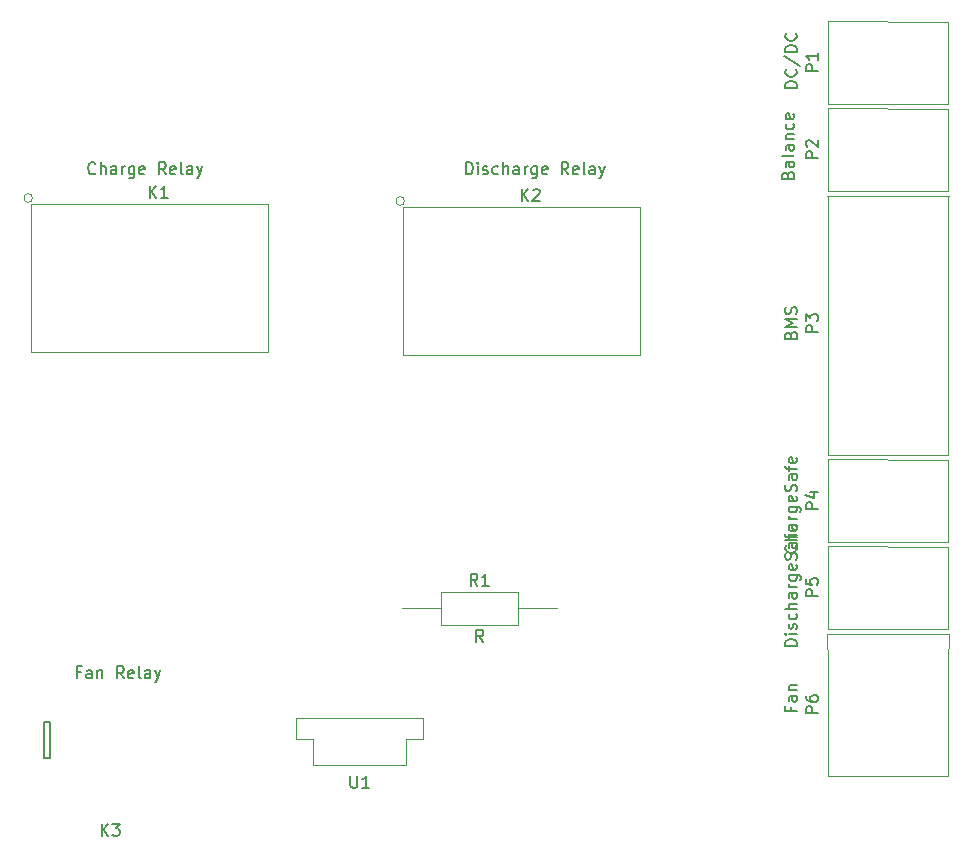
<source format=gbr>
G04 #@! TF.GenerationSoftware,KiCad,Pcbnew,(5.1.4)-1*
G04 #@! TF.CreationDate,2019-09-08T23:28:34+01:00*
G04 #@! TF.ProjectId,orionBoard,6f72696f-6e42-46f6-9172-642e6b696361,rev?*
G04 #@! TF.SameCoordinates,Original*
G04 #@! TF.FileFunction,Legend,Top*
G04 #@! TF.FilePolarity,Positive*
%FSLAX46Y46*%
G04 Gerber Fmt 4.6, Leading zero omitted, Abs format (unit mm)*
G04 Created by KiCad (PCBNEW (5.1.4)-1) date 2019-09-08 23:28:34*
%MOMM*%
%LPD*%
G04 APERTURE LIST*
%ADD10C,0.150000*%
%ADD11C,0.120000*%
G04 APERTURE END LIST*
D10*
X141702333Y-110949571D02*
X141369000Y-110949571D01*
X141369000Y-111473380D02*
X141369000Y-110473380D01*
X141845190Y-110473380D01*
X142654714Y-111473380D02*
X142654714Y-110949571D01*
X142607095Y-110854333D01*
X142511857Y-110806714D01*
X142321380Y-110806714D01*
X142226142Y-110854333D01*
X142654714Y-111425761D02*
X142559476Y-111473380D01*
X142321380Y-111473380D01*
X142226142Y-111425761D01*
X142178523Y-111330523D01*
X142178523Y-111235285D01*
X142226142Y-111140047D01*
X142321380Y-111092428D01*
X142559476Y-111092428D01*
X142654714Y-111044809D01*
X143130904Y-110806714D02*
X143130904Y-111473380D01*
X143130904Y-110901952D02*
X143178523Y-110854333D01*
X143273761Y-110806714D01*
X143416619Y-110806714D01*
X143511857Y-110854333D01*
X143559476Y-110949571D01*
X143559476Y-111473380D01*
X145369000Y-111473380D02*
X145035666Y-110997190D01*
X144797571Y-111473380D02*
X144797571Y-110473380D01*
X145178523Y-110473380D01*
X145273761Y-110521000D01*
X145321380Y-110568619D01*
X145369000Y-110663857D01*
X145369000Y-110806714D01*
X145321380Y-110901952D01*
X145273761Y-110949571D01*
X145178523Y-110997190D01*
X144797571Y-110997190D01*
X146178523Y-111425761D02*
X146083285Y-111473380D01*
X145892809Y-111473380D01*
X145797571Y-111425761D01*
X145749952Y-111330523D01*
X145749952Y-110949571D01*
X145797571Y-110854333D01*
X145892809Y-110806714D01*
X146083285Y-110806714D01*
X146178523Y-110854333D01*
X146226142Y-110949571D01*
X146226142Y-111044809D01*
X145749952Y-111140047D01*
X146797571Y-111473380D02*
X146702333Y-111425761D01*
X146654714Y-111330523D01*
X146654714Y-110473380D01*
X147607095Y-111473380D02*
X147607095Y-110949571D01*
X147559476Y-110854333D01*
X147464238Y-110806714D01*
X147273761Y-110806714D01*
X147178523Y-110854333D01*
X147607095Y-111425761D02*
X147511857Y-111473380D01*
X147273761Y-111473380D01*
X147178523Y-111425761D01*
X147130904Y-111330523D01*
X147130904Y-111235285D01*
X147178523Y-111140047D01*
X147273761Y-111092428D01*
X147511857Y-111092428D01*
X147607095Y-111044809D01*
X147988047Y-110806714D02*
X148226142Y-111473380D01*
X148464238Y-110806714D02*
X148226142Y-111473380D01*
X148130904Y-111711476D01*
X148083285Y-111759095D01*
X147988047Y-111806714D01*
X174341666Y-68801380D02*
X174341666Y-67801380D01*
X174579761Y-67801380D01*
X174722619Y-67849000D01*
X174817857Y-67944238D01*
X174865476Y-68039476D01*
X174913095Y-68229952D01*
X174913095Y-68372809D01*
X174865476Y-68563285D01*
X174817857Y-68658523D01*
X174722619Y-68753761D01*
X174579761Y-68801380D01*
X174341666Y-68801380D01*
X175341666Y-68801380D02*
X175341666Y-68134714D01*
X175341666Y-67801380D02*
X175294047Y-67849000D01*
X175341666Y-67896619D01*
X175389285Y-67849000D01*
X175341666Y-67801380D01*
X175341666Y-67896619D01*
X175770238Y-68753761D02*
X175865476Y-68801380D01*
X176055952Y-68801380D01*
X176151190Y-68753761D01*
X176198809Y-68658523D01*
X176198809Y-68610904D01*
X176151190Y-68515666D01*
X176055952Y-68468047D01*
X175913095Y-68468047D01*
X175817857Y-68420428D01*
X175770238Y-68325190D01*
X175770238Y-68277571D01*
X175817857Y-68182333D01*
X175913095Y-68134714D01*
X176055952Y-68134714D01*
X176151190Y-68182333D01*
X177055952Y-68753761D02*
X176960714Y-68801380D01*
X176770238Y-68801380D01*
X176675000Y-68753761D01*
X176627380Y-68706142D01*
X176579761Y-68610904D01*
X176579761Y-68325190D01*
X176627380Y-68229952D01*
X176675000Y-68182333D01*
X176770238Y-68134714D01*
X176960714Y-68134714D01*
X177055952Y-68182333D01*
X177484523Y-68801380D02*
X177484523Y-67801380D01*
X177913095Y-68801380D02*
X177913095Y-68277571D01*
X177865476Y-68182333D01*
X177770238Y-68134714D01*
X177627380Y-68134714D01*
X177532142Y-68182333D01*
X177484523Y-68229952D01*
X178817857Y-68801380D02*
X178817857Y-68277571D01*
X178770238Y-68182333D01*
X178675000Y-68134714D01*
X178484523Y-68134714D01*
X178389285Y-68182333D01*
X178817857Y-68753761D02*
X178722619Y-68801380D01*
X178484523Y-68801380D01*
X178389285Y-68753761D01*
X178341666Y-68658523D01*
X178341666Y-68563285D01*
X178389285Y-68468047D01*
X178484523Y-68420428D01*
X178722619Y-68420428D01*
X178817857Y-68372809D01*
X179294047Y-68801380D02*
X179294047Y-68134714D01*
X179294047Y-68325190D02*
X179341666Y-68229952D01*
X179389285Y-68182333D01*
X179484523Y-68134714D01*
X179579761Y-68134714D01*
X180341666Y-68134714D02*
X180341666Y-68944238D01*
X180294047Y-69039476D01*
X180246428Y-69087095D01*
X180151190Y-69134714D01*
X180008333Y-69134714D01*
X179913095Y-69087095D01*
X180341666Y-68753761D02*
X180246428Y-68801380D01*
X180055952Y-68801380D01*
X179960714Y-68753761D01*
X179913095Y-68706142D01*
X179865476Y-68610904D01*
X179865476Y-68325190D01*
X179913095Y-68229952D01*
X179960714Y-68182333D01*
X180055952Y-68134714D01*
X180246428Y-68134714D01*
X180341666Y-68182333D01*
X181198809Y-68753761D02*
X181103571Y-68801380D01*
X180913095Y-68801380D01*
X180817857Y-68753761D01*
X180770238Y-68658523D01*
X180770238Y-68277571D01*
X180817857Y-68182333D01*
X180913095Y-68134714D01*
X181103571Y-68134714D01*
X181198809Y-68182333D01*
X181246428Y-68277571D01*
X181246428Y-68372809D01*
X180770238Y-68468047D01*
X183008333Y-68801380D02*
X182675000Y-68325190D01*
X182436904Y-68801380D02*
X182436904Y-67801380D01*
X182817857Y-67801380D01*
X182913095Y-67849000D01*
X182960714Y-67896619D01*
X183008333Y-67991857D01*
X183008333Y-68134714D01*
X182960714Y-68229952D01*
X182913095Y-68277571D01*
X182817857Y-68325190D01*
X182436904Y-68325190D01*
X183817857Y-68753761D02*
X183722619Y-68801380D01*
X183532142Y-68801380D01*
X183436904Y-68753761D01*
X183389285Y-68658523D01*
X183389285Y-68277571D01*
X183436904Y-68182333D01*
X183532142Y-68134714D01*
X183722619Y-68134714D01*
X183817857Y-68182333D01*
X183865476Y-68277571D01*
X183865476Y-68372809D01*
X183389285Y-68468047D01*
X184436904Y-68801380D02*
X184341666Y-68753761D01*
X184294047Y-68658523D01*
X184294047Y-67801380D01*
X185246428Y-68801380D02*
X185246428Y-68277571D01*
X185198809Y-68182333D01*
X185103571Y-68134714D01*
X184913095Y-68134714D01*
X184817857Y-68182333D01*
X185246428Y-68753761D02*
X185151190Y-68801380D01*
X184913095Y-68801380D01*
X184817857Y-68753761D01*
X184770238Y-68658523D01*
X184770238Y-68563285D01*
X184817857Y-68468047D01*
X184913095Y-68420428D01*
X185151190Y-68420428D01*
X185246428Y-68372809D01*
X185627380Y-68134714D02*
X185865476Y-68801380D01*
X186103571Y-68134714D02*
X185865476Y-68801380D01*
X185770238Y-69039476D01*
X185722619Y-69087095D01*
X185627380Y-69134714D01*
X142964523Y-68706142D02*
X142916904Y-68753761D01*
X142774047Y-68801380D01*
X142678809Y-68801380D01*
X142535952Y-68753761D01*
X142440714Y-68658523D01*
X142393095Y-68563285D01*
X142345476Y-68372809D01*
X142345476Y-68229952D01*
X142393095Y-68039476D01*
X142440714Y-67944238D01*
X142535952Y-67849000D01*
X142678809Y-67801380D01*
X142774047Y-67801380D01*
X142916904Y-67849000D01*
X142964523Y-67896619D01*
X143393095Y-68801380D02*
X143393095Y-67801380D01*
X143821666Y-68801380D02*
X143821666Y-68277571D01*
X143774047Y-68182333D01*
X143678809Y-68134714D01*
X143535952Y-68134714D01*
X143440714Y-68182333D01*
X143393095Y-68229952D01*
X144726428Y-68801380D02*
X144726428Y-68277571D01*
X144678809Y-68182333D01*
X144583571Y-68134714D01*
X144393095Y-68134714D01*
X144297857Y-68182333D01*
X144726428Y-68753761D02*
X144631190Y-68801380D01*
X144393095Y-68801380D01*
X144297857Y-68753761D01*
X144250238Y-68658523D01*
X144250238Y-68563285D01*
X144297857Y-68468047D01*
X144393095Y-68420428D01*
X144631190Y-68420428D01*
X144726428Y-68372809D01*
X145202619Y-68801380D02*
X145202619Y-68134714D01*
X145202619Y-68325190D02*
X145250238Y-68229952D01*
X145297857Y-68182333D01*
X145393095Y-68134714D01*
X145488333Y-68134714D01*
X146250238Y-68134714D02*
X146250238Y-68944238D01*
X146202619Y-69039476D01*
X146155000Y-69087095D01*
X146059761Y-69134714D01*
X145916904Y-69134714D01*
X145821666Y-69087095D01*
X146250238Y-68753761D02*
X146155000Y-68801380D01*
X145964523Y-68801380D01*
X145869285Y-68753761D01*
X145821666Y-68706142D01*
X145774047Y-68610904D01*
X145774047Y-68325190D01*
X145821666Y-68229952D01*
X145869285Y-68182333D01*
X145964523Y-68134714D01*
X146155000Y-68134714D01*
X146250238Y-68182333D01*
X147107380Y-68753761D02*
X147012142Y-68801380D01*
X146821666Y-68801380D01*
X146726428Y-68753761D01*
X146678809Y-68658523D01*
X146678809Y-68277571D01*
X146726428Y-68182333D01*
X146821666Y-68134714D01*
X147012142Y-68134714D01*
X147107380Y-68182333D01*
X147155000Y-68277571D01*
X147155000Y-68372809D01*
X146678809Y-68468047D01*
X148916904Y-68801380D02*
X148583571Y-68325190D01*
X148345476Y-68801380D02*
X148345476Y-67801380D01*
X148726428Y-67801380D01*
X148821666Y-67849000D01*
X148869285Y-67896619D01*
X148916904Y-67991857D01*
X148916904Y-68134714D01*
X148869285Y-68229952D01*
X148821666Y-68277571D01*
X148726428Y-68325190D01*
X148345476Y-68325190D01*
X149726428Y-68753761D02*
X149631190Y-68801380D01*
X149440714Y-68801380D01*
X149345476Y-68753761D01*
X149297857Y-68658523D01*
X149297857Y-68277571D01*
X149345476Y-68182333D01*
X149440714Y-68134714D01*
X149631190Y-68134714D01*
X149726428Y-68182333D01*
X149774047Y-68277571D01*
X149774047Y-68372809D01*
X149297857Y-68468047D01*
X150345476Y-68801380D02*
X150250238Y-68753761D01*
X150202619Y-68658523D01*
X150202619Y-67801380D01*
X151155000Y-68801380D02*
X151155000Y-68277571D01*
X151107380Y-68182333D01*
X151012142Y-68134714D01*
X150821666Y-68134714D01*
X150726428Y-68182333D01*
X151155000Y-68753761D02*
X151059761Y-68801380D01*
X150821666Y-68801380D01*
X150726428Y-68753761D01*
X150678809Y-68658523D01*
X150678809Y-68563285D01*
X150726428Y-68468047D01*
X150821666Y-68420428D01*
X151059761Y-68420428D01*
X151155000Y-68372809D01*
X151535952Y-68134714D02*
X151774047Y-68801380D01*
X152012142Y-68134714D02*
X151774047Y-68801380D01*
X151678809Y-69039476D01*
X151631190Y-69087095D01*
X151535952Y-69134714D01*
X139154000Y-115212000D02*
X139154000Y-118260000D01*
X139154000Y-118260000D02*
X138646000Y-118260000D01*
X138646000Y-118260000D02*
X138646000Y-115212000D01*
X138646000Y-115212000D02*
X139154000Y-115212000D01*
D11*
X205003500Y-62824500D02*
X205003500Y-55839500D01*
X205003500Y-55839500D02*
X215163500Y-55903000D01*
X215163500Y-55903000D02*
X215163500Y-62824500D01*
X215163500Y-62824500D02*
X205003500Y-62824500D01*
X215163500Y-70190500D02*
X205003500Y-70190500D01*
X215163500Y-63269000D02*
X215163500Y-70190500D01*
X205003500Y-63205500D02*
X215163500Y-63269000D01*
X205003500Y-70190500D02*
X205003500Y-63205500D01*
X205003500Y-92542500D02*
X205003500Y-70620000D01*
X215163500Y-70620000D02*
X215163500Y-92542500D01*
X215163500Y-92542500D02*
X205003500Y-92542500D01*
X204940000Y-70620000D02*
X215227000Y-70620000D01*
X205003500Y-99908500D02*
X205003500Y-92923500D01*
X205003500Y-92923500D02*
X215163500Y-92987000D01*
X215163500Y-92987000D02*
X215163500Y-99908500D01*
X215163500Y-99908500D02*
X205003500Y-99908500D01*
X215163500Y-107274500D02*
X205003500Y-107274500D01*
X215163500Y-100353000D02*
X215163500Y-107274500D01*
X205003500Y-100289500D02*
X215163500Y-100353000D01*
X205003500Y-107274500D02*
X205003500Y-100289500D01*
X205003500Y-119720500D02*
X205003500Y-112735500D01*
X215163500Y-112799000D02*
X215163500Y-119720500D01*
X215163500Y-119720500D02*
X205003500Y-119720500D01*
X205003500Y-110298000D02*
X205003500Y-112735500D01*
X215163500Y-110298000D02*
X215163500Y-112799000D01*
X205003500Y-110298000D02*
X204940000Y-107719000D01*
X204940000Y-107719000D02*
X215227000Y-107719000D01*
X215227000Y-107719000D02*
X215163500Y-110298000D01*
X172206000Y-104190000D02*
X172206000Y-106930000D01*
X172206000Y-106930000D02*
X178746000Y-106930000D01*
X178746000Y-106930000D02*
X178746000Y-104190000D01*
X178746000Y-104190000D02*
X172206000Y-104190000D01*
X168896000Y-105560000D02*
X172206000Y-105560000D01*
X182056000Y-105560000D02*
X178746000Y-105560000D01*
X159986000Y-114832000D02*
X159986000Y-116612000D01*
X170656000Y-114832000D02*
X159986000Y-114832000D01*
X170656000Y-116602000D02*
X170656000Y-114832000D01*
X170656000Y-116612000D02*
X169256000Y-116612000D01*
X169256000Y-116612000D02*
X169256000Y-118852000D01*
X169256000Y-118852000D02*
X161376000Y-118852000D01*
X161376000Y-118852000D02*
X161376000Y-116612000D01*
X161376000Y-116612000D02*
X159986000Y-116612000D01*
X137528400Y-83868400D02*
X137528400Y-71320800D01*
X137528400Y-71320800D02*
X157543600Y-71320800D01*
X157543600Y-71320800D02*
X157543600Y-83868400D01*
X157543600Y-83868400D02*
X137528400Y-83868400D01*
X137644230Y-70812800D02*
G75*
G03X137644230Y-70812800I-369830J0D01*
G01*
X169140230Y-71066800D02*
G75*
G03X169140230Y-71066800I-369830J0D01*
G01*
X189039600Y-84122400D02*
X169024400Y-84122400D01*
X189039600Y-71574800D02*
X189039600Y-84122400D01*
X169024400Y-71574800D02*
X189039600Y-71574800D01*
X169024400Y-84122400D02*
X169024400Y-71574800D01*
D10*
X143495904Y-124808380D02*
X143495904Y-123808380D01*
X144067333Y-124808380D02*
X143638761Y-124236952D01*
X144067333Y-123808380D02*
X143495904Y-124379809D01*
X144400666Y-123808380D02*
X145019714Y-123808380D01*
X144686380Y-124189333D01*
X144829238Y-124189333D01*
X144924476Y-124236952D01*
X144972095Y-124284571D01*
X145019714Y-124379809D01*
X145019714Y-124617904D01*
X144972095Y-124713142D01*
X144924476Y-124760761D01*
X144829238Y-124808380D01*
X144543523Y-124808380D01*
X144448285Y-124760761D01*
X144400666Y-124713142D01*
X204122380Y-60070095D02*
X203122380Y-60070095D01*
X203122380Y-59689142D01*
X203170000Y-59593904D01*
X203217619Y-59546285D01*
X203312857Y-59498666D01*
X203455714Y-59498666D01*
X203550952Y-59546285D01*
X203598571Y-59593904D01*
X203646190Y-59689142D01*
X203646190Y-60070095D01*
X204122380Y-58546285D02*
X204122380Y-59117714D01*
X204122380Y-58832000D02*
X203122380Y-58832000D01*
X203265238Y-58927238D01*
X203360476Y-59022476D01*
X203408095Y-59117714D01*
X202344380Y-61490714D02*
X201344380Y-61490714D01*
X201344380Y-61252619D01*
X201392000Y-61109761D01*
X201487238Y-61014523D01*
X201582476Y-60966904D01*
X201772952Y-60919285D01*
X201915809Y-60919285D01*
X202106285Y-60966904D01*
X202201523Y-61014523D01*
X202296761Y-61109761D01*
X202344380Y-61252619D01*
X202344380Y-61490714D01*
X202249142Y-59919285D02*
X202296761Y-59966904D01*
X202344380Y-60109761D01*
X202344380Y-60205000D01*
X202296761Y-60347857D01*
X202201523Y-60443095D01*
X202106285Y-60490714D01*
X201915809Y-60538333D01*
X201772952Y-60538333D01*
X201582476Y-60490714D01*
X201487238Y-60443095D01*
X201392000Y-60347857D01*
X201344380Y-60205000D01*
X201344380Y-60109761D01*
X201392000Y-59966904D01*
X201439619Y-59919285D01*
X201296761Y-58776428D02*
X202582476Y-59633571D01*
X202344380Y-58443095D02*
X201344380Y-58443095D01*
X201344380Y-58205000D01*
X201392000Y-58062142D01*
X201487238Y-57966904D01*
X201582476Y-57919285D01*
X201772952Y-57871666D01*
X201915809Y-57871666D01*
X202106285Y-57919285D01*
X202201523Y-57966904D01*
X202296761Y-58062142D01*
X202344380Y-58205000D01*
X202344380Y-58443095D01*
X202249142Y-56871666D02*
X202296761Y-56919285D01*
X202344380Y-57062142D01*
X202344380Y-57157380D01*
X202296761Y-57300238D01*
X202201523Y-57395476D01*
X202106285Y-57443095D01*
X201915809Y-57490714D01*
X201772952Y-57490714D01*
X201582476Y-57443095D01*
X201487238Y-57395476D01*
X201392000Y-57300238D01*
X201344380Y-57157380D01*
X201344380Y-57062142D01*
X201392000Y-56919285D01*
X201439619Y-56871666D01*
X204122380Y-67436095D02*
X203122380Y-67436095D01*
X203122380Y-67055142D01*
X203170000Y-66959904D01*
X203217619Y-66912285D01*
X203312857Y-66864666D01*
X203455714Y-66864666D01*
X203550952Y-66912285D01*
X203598571Y-66959904D01*
X203646190Y-67055142D01*
X203646190Y-67436095D01*
X203217619Y-66483714D02*
X203170000Y-66436095D01*
X203122380Y-66340857D01*
X203122380Y-66102761D01*
X203170000Y-66007523D01*
X203217619Y-65959904D01*
X203312857Y-65912285D01*
X203408095Y-65912285D01*
X203550952Y-65959904D01*
X204122380Y-66531333D01*
X204122380Y-65912285D01*
X201566571Y-68848761D02*
X201614190Y-68705904D01*
X201661809Y-68658285D01*
X201757047Y-68610666D01*
X201899904Y-68610666D01*
X201995142Y-68658285D01*
X202042761Y-68705904D01*
X202090380Y-68801142D01*
X202090380Y-69182095D01*
X201090380Y-69182095D01*
X201090380Y-68848761D01*
X201138000Y-68753523D01*
X201185619Y-68705904D01*
X201280857Y-68658285D01*
X201376095Y-68658285D01*
X201471333Y-68705904D01*
X201518952Y-68753523D01*
X201566571Y-68848761D01*
X201566571Y-69182095D01*
X202090380Y-67753523D02*
X201566571Y-67753523D01*
X201471333Y-67801142D01*
X201423714Y-67896380D01*
X201423714Y-68086857D01*
X201471333Y-68182095D01*
X202042761Y-67753523D02*
X202090380Y-67848761D01*
X202090380Y-68086857D01*
X202042761Y-68182095D01*
X201947523Y-68229714D01*
X201852285Y-68229714D01*
X201757047Y-68182095D01*
X201709428Y-68086857D01*
X201709428Y-67848761D01*
X201661809Y-67753523D01*
X202090380Y-67134476D02*
X202042761Y-67229714D01*
X201947523Y-67277333D01*
X201090380Y-67277333D01*
X202090380Y-66324952D02*
X201566571Y-66324952D01*
X201471333Y-66372571D01*
X201423714Y-66467809D01*
X201423714Y-66658285D01*
X201471333Y-66753523D01*
X202042761Y-66324952D02*
X202090380Y-66420190D01*
X202090380Y-66658285D01*
X202042761Y-66753523D01*
X201947523Y-66801142D01*
X201852285Y-66801142D01*
X201757047Y-66753523D01*
X201709428Y-66658285D01*
X201709428Y-66420190D01*
X201661809Y-66324952D01*
X201423714Y-65848761D02*
X202090380Y-65848761D01*
X201518952Y-65848761D02*
X201471333Y-65801142D01*
X201423714Y-65705904D01*
X201423714Y-65563047D01*
X201471333Y-65467809D01*
X201566571Y-65420190D01*
X202090380Y-65420190D01*
X202042761Y-64515428D02*
X202090380Y-64610666D01*
X202090380Y-64801142D01*
X202042761Y-64896380D01*
X201995142Y-64944000D01*
X201899904Y-64991619D01*
X201614190Y-64991619D01*
X201518952Y-64944000D01*
X201471333Y-64896380D01*
X201423714Y-64801142D01*
X201423714Y-64610666D01*
X201471333Y-64515428D01*
X202042761Y-63705904D02*
X202090380Y-63801142D01*
X202090380Y-63991619D01*
X202042761Y-64086857D01*
X201947523Y-64134476D01*
X201566571Y-64134476D01*
X201471333Y-64086857D01*
X201423714Y-63991619D01*
X201423714Y-63801142D01*
X201471333Y-63705904D01*
X201566571Y-63658285D01*
X201661809Y-63658285D01*
X201757047Y-64134476D01*
X204122380Y-82168095D02*
X203122380Y-82168095D01*
X203122380Y-81787142D01*
X203170000Y-81691904D01*
X203217619Y-81644285D01*
X203312857Y-81596666D01*
X203455714Y-81596666D01*
X203550952Y-81644285D01*
X203598571Y-81691904D01*
X203646190Y-81787142D01*
X203646190Y-82168095D01*
X203122380Y-81263333D02*
X203122380Y-80644285D01*
X203503333Y-80977619D01*
X203503333Y-80834761D01*
X203550952Y-80739523D01*
X203598571Y-80691904D01*
X203693809Y-80644285D01*
X203931904Y-80644285D01*
X204027142Y-80691904D01*
X204074761Y-80739523D01*
X204122380Y-80834761D01*
X204122380Y-81120476D01*
X204074761Y-81215714D01*
X204027142Y-81263333D01*
X201820571Y-82406190D02*
X201868190Y-82263333D01*
X201915809Y-82215714D01*
X202011047Y-82168095D01*
X202153904Y-82168095D01*
X202249142Y-82215714D01*
X202296761Y-82263333D01*
X202344380Y-82358571D01*
X202344380Y-82739523D01*
X201344380Y-82739523D01*
X201344380Y-82406190D01*
X201392000Y-82310952D01*
X201439619Y-82263333D01*
X201534857Y-82215714D01*
X201630095Y-82215714D01*
X201725333Y-82263333D01*
X201772952Y-82310952D01*
X201820571Y-82406190D01*
X201820571Y-82739523D01*
X202344380Y-81739523D02*
X201344380Y-81739523D01*
X202058666Y-81406190D01*
X201344380Y-81072857D01*
X202344380Y-81072857D01*
X202296761Y-80644285D02*
X202344380Y-80501428D01*
X202344380Y-80263333D01*
X202296761Y-80168095D01*
X202249142Y-80120476D01*
X202153904Y-80072857D01*
X202058666Y-80072857D01*
X201963428Y-80120476D01*
X201915809Y-80168095D01*
X201868190Y-80263333D01*
X201820571Y-80453809D01*
X201772952Y-80549047D01*
X201725333Y-80596666D01*
X201630095Y-80644285D01*
X201534857Y-80644285D01*
X201439619Y-80596666D01*
X201392000Y-80549047D01*
X201344380Y-80453809D01*
X201344380Y-80215714D01*
X201392000Y-80072857D01*
X204122380Y-97154095D02*
X203122380Y-97154095D01*
X203122380Y-96773142D01*
X203170000Y-96677904D01*
X203217619Y-96630285D01*
X203312857Y-96582666D01*
X203455714Y-96582666D01*
X203550952Y-96630285D01*
X203598571Y-96677904D01*
X203646190Y-96773142D01*
X203646190Y-97154095D01*
X203455714Y-95725523D02*
X204122380Y-95725523D01*
X203074761Y-95963619D02*
X203789047Y-96201714D01*
X203789047Y-95582666D01*
X202249142Y-100225571D02*
X202296761Y-100273190D01*
X202344380Y-100416047D01*
X202344380Y-100511285D01*
X202296761Y-100654142D01*
X202201523Y-100749380D01*
X202106285Y-100797000D01*
X201915809Y-100844619D01*
X201772952Y-100844619D01*
X201582476Y-100797000D01*
X201487238Y-100749380D01*
X201392000Y-100654142D01*
X201344380Y-100511285D01*
X201344380Y-100416047D01*
X201392000Y-100273190D01*
X201439619Y-100225571D01*
X202344380Y-99797000D02*
X201344380Y-99797000D01*
X202344380Y-99368428D02*
X201820571Y-99368428D01*
X201725333Y-99416047D01*
X201677714Y-99511285D01*
X201677714Y-99654142D01*
X201725333Y-99749380D01*
X201772952Y-99797000D01*
X202344380Y-98463666D02*
X201820571Y-98463666D01*
X201725333Y-98511285D01*
X201677714Y-98606523D01*
X201677714Y-98797000D01*
X201725333Y-98892238D01*
X202296761Y-98463666D02*
X202344380Y-98558904D01*
X202344380Y-98797000D01*
X202296761Y-98892238D01*
X202201523Y-98939857D01*
X202106285Y-98939857D01*
X202011047Y-98892238D01*
X201963428Y-98797000D01*
X201963428Y-98558904D01*
X201915809Y-98463666D01*
X202344380Y-97987476D02*
X201677714Y-97987476D01*
X201868190Y-97987476D02*
X201772952Y-97939857D01*
X201725333Y-97892238D01*
X201677714Y-97797000D01*
X201677714Y-97701761D01*
X201677714Y-96939857D02*
X202487238Y-96939857D01*
X202582476Y-96987476D01*
X202630095Y-97035095D01*
X202677714Y-97130333D01*
X202677714Y-97273190D01*
X202630095Y-97368428D01*
X202296761Y-96939857D02*
X202344380Y-97035095D01*
X202344380Y-97225571D01*
X202296761Y-97320809D01*
X202249142Y-97368428D01*
X202153904Y-97416047D01*
X201868190Y-97416047D01*
X201772952Y-97368428D01*
X201725333Y-97320809D01*
X201677714Y-97225571D01*
X201677714Y-97035095D01*
X201725333Y-96939857D01*
X202296761Y-96082714D02*
X202344380Y-96177952D01*
X202344380Y-96368428D01*
X202296761Y-96463666D01*
X202201523Y-96511285D01*
X201820571Y-96511285D01*
X201725333Y-96463666D01*
X201677714Y-96368428D01*
X201677714Y-96177952D01*
X201725333Y-96082714D01*
X201820571Y-96035095D01*
X201915809Y-96035095D01*
X202011047Y-96511285D01*
X202296761Y-95654142D02*
X202344380Y-95511285D01*
X202344380Y-95273190D01*
X202296761Y-95177952D01*
X202249142Y-95130333D01*
X202153904Y-95082714D01*
X202058666Y-95082714D01*
X201963428Y-95130333D01*
X201915809Y-95177952D01*
X201868190Y-95273190D01*
X201820571Y-95463666D01*
X201772952Y-95558904D01*
X201725333Y-95606523D01*
X201630095Y-95654142D01*
X201534857Y-95654142D01*
X201439619Y-95606523D01*
X201392000Y-95558904D01*
X201344380Y-95463666D01*
X201344380Y-95225571D01*
X201392000Y-95082714D01*
X202344380Y-94225571D02*
X201820571Y-94225571D01*
X201725333Y-94273190D01*
X201677714Y-94368428D01*
X201677714Y-94558904D01*
X201725333Y-94654142D01*
X202296761Y-94225571D02*
X202344380Y-94320809D01*
X202344380Y-94558904D01*
X202296761Y-94654142D01*
X202201523Y-94701761D01*
X202106285Y-94701761D01*
X202011047Y-94654142D01*
X201963428Y-94558904D01*
X201963428Y-94320809D01*
X201915809Y-94225571D01*
X201677714Y-93892238D02*
X201677714Y-93511285D01*
X202344380Y-93749380D02*
X201487238Y-93749380D01*
X201392000Y-93701761D01*
X201344380Y-93606523D01*
X201344380Y-93511285D01*
X202296761Y-92797000D02*
X202344380Y-92892238D01*
X202344380Y-93082714D01*
X202296761Y-93177952D01*
X202201523Y-93225571D01*
X201820571Y-93225571D01*
X201725333Y-93177952D01*
X201677714Y-93082714D01*
X201677714Y-92892238D01*
X201725333Y-92797000D01*
X201820571Y-92749380D01*
X201915809Y-92749380D01*
X202011047Y-93225571D01*
X204122380Y-104520095D02*
X203122380Y-104520095D01*
X203122380Y-104139142D01*
X203170000Y-104043904D01*
X203217619Y-103996285D01*
X203312857Y-103948666D01*
X203455714Y-103948666D01*
X203550952Y-103996285D01*
X203598571Y-104043904D01*
X203646190Y-104139142D01*
X203646190Y-104520095D01*
X203122380Y-103043904D02*
X203122380Y-103520095D01*
X203598571Y-103567714D01*
X203550952Y-103520095D01*
X203503333Y-103424857D01*
X203503333Y-103186761D01*
X203550952Y-103091523D01*
X203598571Y-103043904D01*
X203693809Y-102996285D01*
X203931904Y-102996285D01*
X204027142Y-103043904D01*
X204074761Y-103091523D01*
X204122380Y-103186761D01*
X204122380Y-103424857D01*
X204074761Y-103520095D01*
X204027142Y-103567714D01*
X202344380Y-108726428D02*
X201344380Y-108726428D01*
X201344380Y-108488333D01*
X201392000Y-108345476D01*
X201487238Y-108250238D01*
X201582476Y-108202619D01*
X201772952Y-108155000D01*
X201915809Y-108155000D01*
X202106285Y-108202619D01*
X202201523Y-108250238D01*
X202296761Y-108345476D01*
X202344380Y-108488333D01*
X202344380Y-108726428D01*
X202344380Y-107726428D02*
X201677714Y-107726428D01*
X201344380Y-107726428D02*
X201392000Y-107774047D01*
X201439619Y-107726428D01*
X201392000Y-107678809D01*
X201344380Y-107726428D01*
X201439619Y-107726428D01*
X202296761Y-107297857D02*
X202344380Y-107202619D01*
X202344380Y-107012142D01*
X202296761Y-106916904D01*
X202201523Y-106869285D01*
X202153904Y-106869285D01*
X202058666Y-106916904D01*
X202011047Y-107012142D01*
X202011047Y-107155000D01*
X201963428Y-107250238D01*
X201868190Y-107297857D01*
X201820571Y-107297857D01*
X201725333Y-107250238D01*
X201677714Y-107155000D01*
X201677714Y-107012142D01*
X201725333Y-106916904D01*
X202296761Y-106012142D02*
X202344380Y-106107380D01*
X202344380Y-106297857D01*
X202296761Y-106393095D01*
X202249142Y-106440714D01*
X202153904Y-106488333D01*
X201868190Y-106488333D01*
X201772952Y-106440714D01*
X201725333Y-106393095D01*
X201677714Y-106297857D01*
X201677714Y-106107380D01*
X201725333Y-106012142D01*
X202344380Y-105583571D02*
X201344380Y-105583571D01*
X202344380Y-105155000D02*
X201820571Y-105155000D01*
X201725333Y-105202619D01*
X201677714Y-105297857D01*
X201677714Y-105440714D01*
X201725333Y-105535952D01*
X201772952Y-105583571D01*
X202344380Y-104250238D02*
X201820571Y-104250238D01*
X201725333Y-104297857D01*
X201677714Y-104393095D01*
X201677714Y-104583571D01*
X201725333Y-104678809D01*
X202296761Y-104250238D02*
X202344380Y-104345476D01*
X202344380Y-104583571D01*
X202296761Y-104678809D01*
X202201523Y-104726428D01*
X202106285Y-104726428D01*
X202011047Y-104678809D01*
X201963428Y-104583571D01*
X201963428Y-104345476D01*
X201915809Y-104250238D01*
X202344380Y-103774047D02*
X201677714Y-103774047D01*
X201868190Y-103774047D02*
X201772952Y-103726428D01*
X201725333Y-103678809D01*
X201677714Y-103583571D01*
X201677714Y-103488333D01*
X201677714Y-102726428D02*
X202487238Y-102726428D01*
X202582476Y-102774047D01*
X202630095Y-102821666D01*
X202677714Y-102916904D01*
X202677714Y-103059761D01*
X202630095Y-103155000D01*
X202296761Y-102726428D02*
X202344380Y-102821666D01*
X202344380Y-103012142D01*
X202296761Y-103107380D01*
X202249142Y-103155000D01*
X202153904Y-103202619D01*
X201868190Y-103202619D01*
X201772952Y-103155000D01*
X201725333Y-103107380D01*
X201677714Y-103012142D01*
X201677714Y-102821666D01*
X201725333Y-102726428D01*
X202296761Y-101869285D02*
X202344380Y-101964523D01*
X202344380Y-102155000D01*
X202296761Y-102250238D01*
X202201523Y-102297857D01*
X201820571Y-102297857D01*
X201725333Y-102250238D01*
X201677714Y-102155000D01*
X201677714Y-101964523D01*
X201725333Y-101869285D01*
X201820571Y-101821666D01*
X201915809Y-101821666D01*
X202011047Y-102297857D01*
X202296761Y-101440714D02*
X202344380Y-101297857D01*
X202344380Y-101059761D01*
X202296761Y-100964523D01*
X202249142Y-100916904D01*
X202153904Y-100869285D01*
X202058666Y-100869285D01*
X201963428Y-100916904D01*
X201915809Y-100964523D01*
X201868190Y-101059761D01*
X201820571Y-101250238D01*
X201772952Y-101345476D01*
X201725333Y-101393095D01*
X201630095Y-101440714D01*
X201534857Y-101440714D01*
X201439619Y-101393095D01*
X201392000Y-101345476D01*
X201344380Y-101250238D01*
X201344380Y-101012142D01*
X201392000Y-100869285D01*
X202344380Y-100012142D02*
X201820571Y-100012142D01*
X201725333Y-100059761D01*
X201677714Y-100155000D01*
X201677714Y-100345476D01*
X201725333Y-100440714D01*
X202296761Y-100012142D02*
X202344380Y-100107380D01*
X202344380Y-100345476D01*
X202296761Y-100440714D01*
X202201523Y-100488333D01*
X202106285Y-100488333D01*
X202011047Y-100440714D01*
X201963428Y-100345476D01*
X201963428Y-100107380D01*
X201915809Y-100012142D01*
X201677714Y-99678809D02*
X201677714Y-99297857D01*
X202344380Y-99535952D02*
X201487238Y-99535952D01*
X201392000Y-99488333D01*
X201344380Y-99393095D01*
X201344380Y-99297857D01*
X202296761Y-98583571D02*
X202344380Y-98678809D01*
X202344380Y-98869285D01*
X202296761Y-98964523D01*
X202201523Y-99012142D01*
X201820571Y-99012142D01*
X201725333Y-98964523D01*
X201677714Y-98869285D01*
X201677714Y-98678809D01*
X201725333Y-98583571D01*
X201820571Y-98535952D01*
X201915809Y-98535952D01*
X202011047Y-99012142D01*
X204122380Y-114426095D02*
X203122380Y-114426095D01*
X203122380Y-114045142D01*
X203170000Y-113949904D01*
X203217619Y-113902285D01*
X203312857Y-113854666D01*
X203455714Y-113854666D01*
X203550952Y-113902285D01*
X203598571Y-113949904D01*
X203646190Y-114045142D01*
X203646190Y-114426095D01*
X203122380Y-112997523D02*
X203122380Y-113188000D01*
X203170000Y-113283238D01*
X203217619Y-113330857D01*
X203360476Y-113426095D01*
X203550952Y-113473714D01*
X203931904Y-113473714D01*
X204027142Y-113426095D01*
X204074761Y-113378476D01*
X204122380Y-113283238D01*
X204122380Y-113092761D01*
X204074761Y-112997523D01*
X204027142Y-112949904D01*
X203931904Y-112902285D01*
X203693809Y-112902285D01*
X203598571Y-112949904D01*
X203550952Y-112997523D01*
X203503333Y-113092761D01*
X203503333Y-113283238D01*
X203550952Y-113378476D01*
X203598571Y-113426095D01*
X203693809Y-113473714D01*
X201820571Y-113941904D02*
X201820571Y-114275238D01*
X202344380Y-114275238D02*
X201344380Y-114275238D01*
X201344380Y-113799047D01*
X202344380Y-112989523D02*
X201820571Y-112989523D01*
X201725333Y-113037142D01*
X201677714Y-113132380D01*
X201677714Y-113322857D01*
X201725333Y-113418095D01*
X202296761Y-112989523D02*
X202344380Y-113084761D01*
X202344380Y-113322857D01*
X202296761Y-113418095D01*
X202201523Y-113465714D01*
X202106285Y-113465714D01*
X202011047Y-113418095D01*
X201963428Y-113322857D01*
X201963428Y-113084761D01*
X201915809Y-112989523D01*
X201677714Y-112513333D02*
X202344380Y-112513333D01*
X201772952Y-112513333D02*
X201725333Y-112465714D01*
X201677714Y-112370476D01*
X201677714Y-112227619D01*
X201725333Y-112132380D01*
X201820571Y-112084761D01*
X202344380Y-112084761D01*
X175309333Y-103642380D02*
X174976000Y-103166190D01*
X174737904Y-103642380D02*
X174737904Y-102642380D01*
X175118857Y-102642380D01*
X175214095Y-102690000D01*
X175261714Y-102737619D01*
X175309333Y-102832857D01*
X175309333Y-102975714D01*
X175261714Y-103070952D01*
X175214095Y-103118571D01*
X175118857Y-103166190D01*
X174737904Y-103166190D01*
X176261714Y-103642380D02*
X175690285Y-103642380D01*
X175976000Y-103642380D02*
X175976000Y-102642380D01*
X175880761Y-102785238D01*
X175785523Y-102880476D01*
X175690285Y-102928095D01*
X175785523Y-108382380D02*
X175452190Y-107906190D01*
X175214095Y-108382380D02*
X175214095Y-107382380D01*
X175595047Y-107382380D01*
X175690285Y-107430000D01*
X175737904Y-107477619D01*
X175785523Y-107572857D01*
X175785523Y-107715714D01*
X175737904Y-107810952D01*
X175690285Y-107858571D01*
X175595047Y-107906190D01*
X175214095Y-107906190D01*
X164554095Y-119744380D02*
X164554095Y-120553904D01*
X164601714Y-120649142D01*
X164649333Y-120696761D01*
X164744571Y-120744380D01*
X164935047Y-120744380D01*
X165030285Y-120696761D01*
X165077904Y-120649142D01*
X165125523Y-120553904D01*
X165125523Y-119744380D01*
X166125523Y-120744380D02*
X165554095Y-120744380D01*
X165839809Y-120744380D02*
X165839809Y-119744380D01*
X165744571Y-119887238D01*
X165649333Y-119982476D01*
X165554095Y-120030095D01*
X147559904Y-70807980D02*
X147559904Y-69807980D01*
X148131333Y-70807980D02*
X147702761Y-70236552D01*
X148131333Y-69807980D02*
X147559904Y-70379409D01*
X149083714Y-70807980D02*
X148512285Y-70807980D01*
X148798000Y-70807980D02*
X148798000Y-69807980D01*
X148702761Y-69950838D01*
X148607523Y-70046076D01*
X148512285Y-70093695D01*
X179055904Y-71061980D02*
X179055904Y-70061980D01*
X179627333Y-71061980D02*
X179198761Y-70490552D01*
X179627333Y-70061980D02*
X179055904Y-70633409D01*
X180008285Y-70157219D02*
X180055904Y-70109600D01*
X180151142Y-70061980D01*
X180389238Y-70061980D01*
X180484476Y-70109600D01*
X180532095Y-70157219D01*
X180579714Y-70252457D01*
X180579714Y-70347695D01*
X180532095Y-70490552D01*
X179960666Y-71061980D01*
X180579714Y-71061980D01*
M02*

</source>
